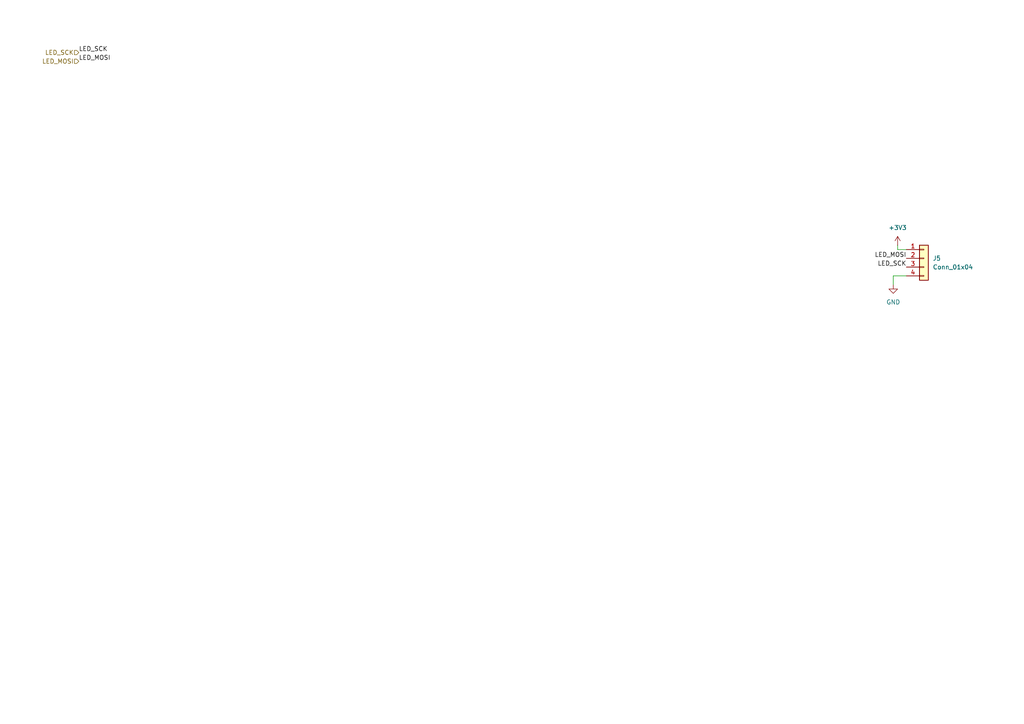
<source format=kicad_sch>
(kicad_sch (version 20250114) (generator "eeschema") (generator_version "9.0")
  (paper "A4")
  (lib_symbols
    (symbol "Connector_Generic:Conn_01x04" (pin_names (offset 1.016) (hide yes))
      (property "Reference" "J" (at 0 5.08 0))
      (property "Value" "Conn_01x04" (at 0 -7.62 0))
      (symbol "Conn_01x04_1_1"
        (rectangle (start -1.27 3.81) (end 1.27 -6.35) (stroke (width 0.254)) (fill (type background)))
        (rectangle (start -1.27 2.667) (end 0 2.413) (stroke (width 0.1524)))
        (rectangle (start -1.27 0.127) (end 0 -0.127) (stroke (width 0.1524)))
        (rectangle (start -1.27 -2.413) (end 0 -2.667) (stroke (width 0.1524)))
        (rectangle (start -1.27 -4.953) (end 0 -5.207) (stroke (width 0.1524)))
        (pin passive line (at -5.08 2.54 0) (length 3.81) (name "Pin_1") (number "1"))
        (pin passive line (at -5.08 0 0) (length 3.81) (name "Pin_2") (number "2"))
        (pin passive line (at -5.08 -2.54 0) (length 3.81) (name "Pin_3") (number "3"))
        (pin passive line (at -5.08 -5.08 0) (length 3.81) (name "Pin_4") (number "4"))
      )
    )
    (symbol "power:+3V3" (power) (pin_numbers (hide yes)) (pin_names (offset 0) (hide yes))
      (property "Value" "+3V3" (at 0 3.556 0))
      (symbol "+3V3_0_1"
        (polyline (pts (xy -0.762 1.27) (xy 0 2.54)))
        (polyline (pts (xy 0 2.54) (xy 0.762 1.27)))
        (polyline (pts (xy 0 0) (xy 0 2.54)))
      )
      (symbol "+3V3_1_1"
        (pin power_in line (at 0 0 90) (length 0) (name "~") (number "1"))
      )
    )
    (symbol "power:GND" (power) (pin_numbers (hide yes)) (pin_names (offset 0) (hide yes))
      (property "Value" "GND" (at 0 -3.81 0))
      (symbol "GND_0_1"
        (polyline (pts (xy 0 0) (xy 0 -1.27) (xy 1.27 -1.27) (xy 0 -2.54) (xy -1.27 -1.27) (xy 0 -1.27)))
      )
      (symbol "GND_1_1"
        (pin power_in line (at 0 0 270) (length 0) (name "~") (number "1"))
      )
    )
  )
  (wire (pts (xy 260.35 72.39) (xy 262.89 72.39)))
  (wire (pts (xy 260.35 71.12) (xy 260.35 72.39)))
  (wire (pts (xy 259.08 82.55) (xy 259.08 80.01)))
  (wire (pts (xy 259.08 80.01) (xy 262.89 80.01)))
  (label "LED_SCK" (at 22.86 15.24 0))
  (label "LED_SCK" (at 262.89 77.47 180))
  (label "LED_MOSI" (at 262.89 74.93 180))
  (label "LED_MOSI" (at 22.86 17.78 0))
  (hierarchical_label "LED_MOSI" (shape input) (at 22.86 17.78 180))
  (hierarchical_label "LED_SCK" (shape input) (at 22.86 15.24 180))
  (symbol (lib_id "power:+3V3") (at 260.35 71.12 0) (unit 1)
    (property "Reference" "#PWR038" (effects (hide yes)))
    (property "Value" "+3V3" (at 260.35 66.04 0))
    (property "Description" "Power symbol creates a global label with name \"+3V3\"" (effects (hide yes)))
  )
  (symbol (lib_id "Connector_Generic:Conn_01x04") (at 267.97 74.93 0) (unit 1)
    (property "Reference" "J5" (at 270.51 74.9299 0) (effects (justify left)))
    (property "Value" "Conn_01x04" (at 270.51 77.4699 0) (effects (justify left)))
    (property "Description" "Generic connector, single row, 01x04, script generated (kicad-library-utils/schlib/autogen/connector/)" (effects (hide yes)))
  )
  (symbol (lib_id "power:GND") (at 259.08 82.55 0) (unit 1)
    (property "Reference" "#PWR039" (effects (hide yes)))
    (property "Value" "GND" (at 259.08 87.63 0))
    (property "Description" "Power symbol creates a global label with name \"GND\" , ground" (effects (hide yes)))
  )
)
</source>
